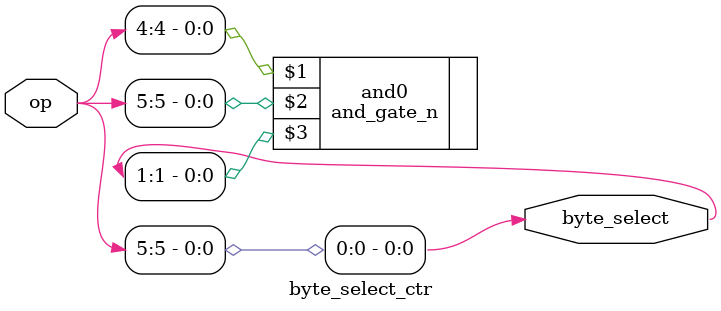
<source format=v>

module byte_select_ctr(op, byte_select);
    input wire [0:5] op;
    output wire [1:0] byte_select;

    wire [0:5] op_inv;

    // byte_select
    assign byte_select[0] = op[5];
    and_gate_n and0(op[4], op[5], byte_select[1]);
    
endmodule
</source>
